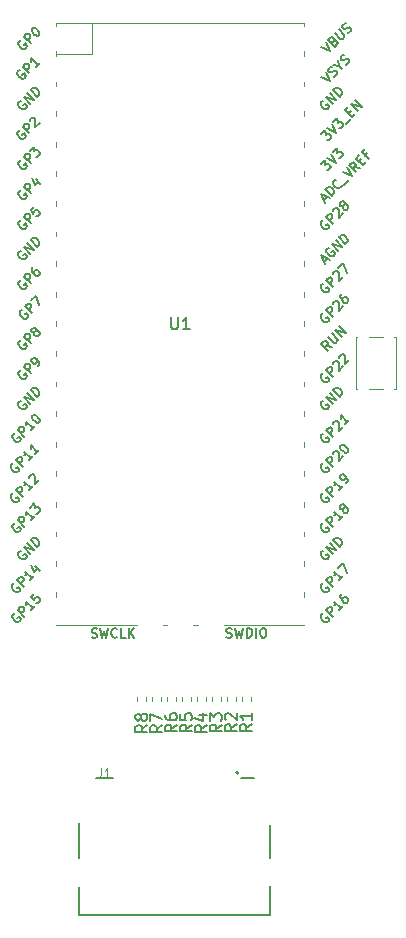
<source format=gbr>
%TF.GenerationSoftware,KiCad,Pcbnew,(6.0.0-0)*%
%TF.CreationDate,2022-10-23T16:11:07-04:00*%
%TF.ProjectId,HDMI_PICO,48444d49-5f50-4494-934f-2e6b69636164,rev?*%
%TF.SameCoordinates,Original*%
%TF.FileFunction,Legend,Top*%
%TF.FilePolarity,Positive*%
%FSLAX46Y46*%
G04 Gerber Fmt 4.6, Leading zero omitted, Abs format (unit mm)*
G04 Created by KiCad (PCBNEW (6.0.0-0)) date 2022-10-23 16:11:07*
%MOMM*%
%LPD*%
G01*
G04 APERTURE LIST*
%ADD10C,0.150000*%
%ADD11C,0.050000*%
%ADD12C,0.120000*%
%ADD13C,0.127000*%
%ADD14C,0.200000*%
G04 APERTURE END LIST*
D10*
%TO.C,U1*%
X183963095Y-86527380D02*
X183963095Y-87336904D01*
X184010714Y-87432142D01*
X184058333Y-87479761D01*
X184153571Y-87527380D01*
X184344047Y-87527380D01*
X184439285Y-87479761D01*
X184486904Y-87432142D01*
X184534523Y-87336904D01*
X184534523Y-86527380D01*
X185534523Y-87527380D02*
X184963095Y-87527380D01*
X185248809Y-87527380D02*
X185248809Y-86527380D01*
X185153571Y-86670238D01*
X185058333Y-86765476D01*
X184963095Y-86813095D01*
X171138096Y-65596218D02*
X171057284Y-65623155D01*
X170976471Y-65703967D01*
X170922597Y-65811717D01*
X170922597Y-65919467D01*
X170949534Y-66000279D01*
X171030346Y-66134966D01*
X171111158Y-66215778D01*
X171245845Y-66296590D01*
X171326658Y-66323528D01*
X171434407Y-66323528D01*
X171542157Y-66269653D01*
X171596032Y-66215778D01*
X171649906Y-66108028D01*
X171649906Y-66054154D01*
X171461345Y-65865592D01*
X171353595Y-65973341D01*
X171946218Y-65865592D02*
X171380532Y-65299906D01*
X171596032Y-65084407D01*
X171676844Y-65057470D01*
X171730719Y-65057470D01*
X171811531Y-65084407D01*
X171892343Y-65165219D01*
X171919280Y-65246032D01*
X171919280Y-65299906D01*
X171892343Y-65380719D01*
X171676844Y-65596218D01*
X172808215Y-65003595D02*
X172484966Y-65326844D01*
X172646590Y-65165219D02*
X172080905Y-64599534D01*
X172107842Y-64734221D01*
X172107842Y-64841971D01*
X172080905Y-64922783D01*
X171138096Y-70686218D02*
X171057284Y-70713155D01*
X170976471Y-70793967D01*
X170922597Y-70901717D01*
X170922597Y-71009467D01*
X170949534Y-71090279D01*
X171030346Y-71224966D01*
X171111158Y-71305778D01*
X171245845Y-71386590D01*
X171326658Y-71413528D01*
X171434407Y-71413528D01*
X171542157Y-71359653D01*
X171596032Y-71305778D01*
X171649906Y-71198028D01*
X171649906Y-71144154D01*
X171461345Y-70955592D01*
X171353595Y-71063341D01*
X171946218Y-70955592D02*
X171380532Y-70389906D01*
X171596032Y-70174407D01*
X171676844Y-70147470D01*
X171730719Y-70147470D01*
X171811531Y-70174407D01*
X171892343Y-70255219D01*
X171919280Y-70336032D01*
X171919280Y-70389906D01*
X171892343Y-70470719D01*
X171676844Y-70686218D01*
X171973155Y-69905033D02*
X171973155Y-69851158D01*
X172000093Y-69770346D01*
X172134780Y-69635659D01*
X172215592Y-69608722D01*
X172269467Y-69608722D01*
X172350279Y-69635659D01*
X172404154Y-69689534D01*
X172458028Y-69797284D01*
X172458028Y-70443781D01*
X172808215Y-70093595D01*
X171238096Y-63066218D02*
X171157284Y-63093155D01*
X171076471Y-63173967D01*
X171022597Y-63281717D01*
X171022597Y-63389467D01*
X171049534Y-63470279D01*
X171130346Y-63604966D01*
X171211158Y-63685778D01*
X171345845Y-63766590D01*
X171426658Y-63793528D01*
X171534407Y-63793528D01*
X171642157Y-63739653D01*
X171696032Y-63685778D01*
X171749906Y-63578028D01*
X171749906Y-63524154D01*
X171561345Y-63335592D01*
X171453595Y-63443341D01*
X172046218Y-63335592D02*
X171480532Y-62769906D01*
X171696032Y-62554407D01*
X171776844Y-62527470D01*
X171830719Y-62527470D01*
X171911531Y-62554407D01*
X171992343Y-62635219D01*
X172019280Y-62716032D01*
X172019280Y-62769906D01*
X171992343Y-62850719D01*
X171776844Y-63066218D01*
X172153967Y-62096471D02*
X172207842Y-62042597D01*
X172288654Y-62015659D01*
X172342529Y-62015659D01*
X172423341Y-62042597D01*
X172558028Y-62123409D01*
X172692715Y-62258096D01*
X172773528Y-62392783D01*
X172800465Y-62473595D01*
X172800465Y-62527470D01*
X172773528Y-62608282D01*
X172719653Y-62662157D01*
X172638841Y-62689094D01*
X172584966Y-62689094D01*
X172504154Y-62662157D01*
X172369467Y-62581345D01*
X172234780Y-62446658D01*
X172153967Y-62311971D01*
X172127030Y-62231158D01*
X172127030Y-62177284D01*
X172153967Y-62096471D01*
X171238096Y-73226218D02*
X171157284Y-73253155D01*
X171076471Y-73333967D01*
X171022597Y-73441717D01*
X171022597Y-73549467D01*
X171049534Y-73630279D01*
X171130346Y-73764966D01*
X171211158Y-73845778D01*
X171345845Y-73926590D01*
X171426658Y-73953528D01*
X171534407Y-73953528D01*
X171642157Y-73899653D01*
X171696032Y-73845778D01*
X171749906Y-73738028D01*
X171749906Y-73684154D01*
X171561345Y-73495592D01*
X171453595Y-73603341D01*
X172046218Y-73495592D02*
X171480532Y-72929906D01*
X171696032Y-72714407D01*
X171776844Y-72687470D01*
X171830719Y-72687470D01*
X171911531Y-72714407D01*
X171992343Y-72795219D01*
X172019280Y-72876032D01*
X172019280Y-72929906D01*
X171992343Y-73010719D01*
X171776844Y-73226218D01*
X171992343Y-72418096D02*
X172342529Y-72067910D01*
X172369467Y-72471971D01*
X172450279Y-72391158D01*
X172531091Y-72364221D01*
X172584966Y-72364221D01*
X172665778Y-72391158D01*
X172800465Y-72525845D01*
X172827402Y-72606658D01*
X172827402Y-72660532D01*
X172800465Y-72741345D01*
X172638841Y-72902969D01*
X172558028Y-72929906D01*
X172504154Y-72929906D01*
X171238096Y-75766218D02*
X171157284Y-75793155D01*
X171076471Y-75873967D01*
X171022597Y-75981717D01*
X171022597Y-76089467D01*
X171049534Y-76170279D01*
X171130346Y-76304966D01*
X171211158Y-76385778D01*
X171345845Y-76466590D01*
X171426658Y-76493528D01*
X171534407Y-76493528D01*
X171642157Y-76439653D01*
X171696032Y-76385778D01*
X171749906Y-76278028D01*
X171749906Y-76224154D01*
X171561345Y-76035592D01*
X171453595Y-76143341D01*
X172046218Y-76035592D02*
X171480532Y-75469906D01*
X171696032Y-75254407D01*
X171776844Y-75227470D01*
X171830719Y-75227470D01*
X171911531Y-75254407D01*
X171992343Y-75335219D01*
X172019280Y-75416032D01*
X172019280Y-75469906D01*
X171992343Y-75550719D01*
X171776844Y-75766218D01*
X172477216Y-74850346D02*
X172854340Y-75227470D01*
X172127030Y-74769534D02*
X172396404Y-75308282D01*
X172746590Y-74958096D01*
X171238096Y-78306218D02*
X171157284Y-78333155D01*
X171076471Y-78413967D01*
X171022597Y-78521717D01*
X171022597Y-78629467D01*
X171049534Y-78710279D01*
X171130346Y-78844966D01*
X171211158Y-78925778D01*
X171345845Y-79006590D01*
X171426658Y-79033528D01*
X171534407Y-79033528D01*
X171642157Y-78979653D01*
X171696032Y-78925778D01*
X171749906Y-78818028D01*
X171749906Y-78764154D01*
X171561345Y-78575592D01*
X171453595Y-78683341D01*
X172046218Y-78575592D02*
X171480532Y-78009906D01*
X171696032Y-77794407D01*
X171776844Y-77767470D01*
X171830719Y-77767470D01*
X171911531Y-77794407D01*
X171992343Y-77875219D01*
X172019280Y-77956032D01*
X172019280Y-78009906D01*
X171992343Y-78090719D01*
X171776844Y-78306218D01*
X172315592Y-77174847D02*
X172046218Y-77444221D01*
X172288654Y-77740532D01*
X172288654Y-77686658D01*
X172315592Y-77605845D01*
X172450279Y-77471158D01*
X172531091Y-77444221D01*
X172584966Y-77444221D01*
X172665778Y-77471158D01*
X172800465Y-77605845D01*
X172827402Y-77686658D01*
X172827402Y-77740532D01*
X172800465Y-77821345D01*
X172665778Y-77956032D01*
X172584966Y-77982969D01*
X172531091Y-77982969D01*
X171238096Y-83386218D02*
X171157284Y-83413155D01*
X171076471Y-83493967D01*
X171022597Y-83601717D01*
X171022597Y-83709467D01*
X171049534Y-83790279D01*
X171130346Y-83924966D01*
X171211158Y-84005778D01*
X171345845Y-84086590D01*
X171426658Y-84113528D01*
X171534407Y-84113528D01*
X171642157Y-84059653D01*
X171696032Y-84005778D01*
X171749906Y-83898028D01*
X171749906Y-83844154D01*
X171561345Y-83655592D01*
X171453595Y-83763341D01*
X172046218Y-83655592D02*
X171480532Y-83089906D01*
X171696032Y-82874407D01*
X171776844Y-82847470D01*
X171830719Y-82847470D01*
X171911531Y-82874407D01*
X171992343Y-82955219D01*
X172019280Y-83036032D01*
X172019280Y-83089906D01*
X171992343Y-83170719D01*
X171776844Y-83386218D01*
X172288654Y-82281784D02*
X172180905Y-82389534D01*
X172153967Y-82470346D01*
X172153967Y-82524221D01*
X172180905Y-82658908D01*
X172261717Y-82793595D01*
X172477216Y-83009094D01*
X172558028Y-83036032D01*
X172611903Y-83036032D01*
X172692715Y-83009094D01*
X172800465Y-82901345D01*
X172827402Y-82820532D01*
X172827402Y-82766658D01*
X172800465Y-82685845D01*
X172665778Y-82551158D01*
X172584966Y-82524221D01*
X172531091Y-82524221D01*
X172450279Y-82551158D01*
X172342529Y-82658908D01*
X172315592Y-82739720D01*
X172315592Y-82793595D01*
X172342529Y-82874407D01*
X171338096Y-85896218D02*
X171257284Y-85923155D01*
X171176471Y-86003967D01*
X171122597Y-86111717D01*
X171122597Y-86219467D01*
X171149534Y-86300279D01*
X171230346Y-86434966D01*
X171311158Y-86515778D01*
X171445845Y-86596590D01*
X171526658Y-86623528D01*
X171634407Y-86623528D01*
X171742157Y-86569653D01*
X171796032Y-86515778D01*
X171849906Y-86408028D01*
X171849906Y-86354154D01*
X171661345Y-86165592D01*
X171553595Y-86273341D01*
X172146218Y-86165592D02*
X171580532Y-85599906D01*
X171796032Y-85384407D01*
X171876844Y-85357470D01*
X171930719Y-85357470D01*
X172011531Y-85384407D01*
X172092343Y-85465219D01*
X172119280Y-85546032D01*
X172119280Y-85599906D01*
X172092343Y-85680719D01*
X171876844Y-85896218D01*
X172092343Y-85088096D02*
X172469467Y-84710972D01*
X172792715Y-85519094D01*
X171238096Y-88466218D02*
X171157284Y-88493155D01*
X171076471Y-88573967D01*
X171022597Y-88681717D01*
X171022597Y-88789467D01*
X171049534Y-88870279D01*
X171130346Y-89004966D01*
X171211158Y-89085778D01*
X171345845Y-89166590D01*
X171426658Y-89193528D01*
X171534407Y-89193528D01*
X171642157Y-89139653D01*
X171696032Y-89085778D01*
X171749906Y-88978028D01*
X171749906Y-88924154D01*
X171561345Y-88735592D01*
X171453595Y-88843341D01*
X172046218Y-88735592D02*
X171480532Y-88169906D01*
X171696032Y-87954407D01*
X171776844Y-87927470D01*
X171830719Y-87927470D01*
X171911531Y-87954407D01*
X171992343Y-88035219D01*
X172019280Y-88116032D01*
X172019280Y-88169906D01*
X171992343Y-88250719D01*
X171776844Y-88466218D01*
X172369467Y-87765845D02*
X172288654Y-87792783D01*
X172234780Y-87792783D01*
X172153967Y-87765845D01*
X172127030Y-87738908D01*
X172100093Y-87658096D01*
X172100093Y-87604221D01*
X172127030Y-87523409D01*
X172234780Y-87415659D01*
X172315592Y-87388722D01*
X172369467Y-87388722D01*
X172450279Y-87415659D01*
X172477216Y-87442597D01*
X172504154Y-87523409D01*
X172504154Y-87577284D01*
X172477216Y-87658096D01*
X172369467Y-87765845D01*
X172342529Y-87846658D01*
X172342529Y-87900532D01*
X172369467Y-87981345D01*
X172477216Y-88089094D01*
X172558028Y-88116032D01*
X172611903Y-88116032D01*
X172692715Y-88089094D01*
X172800465Y-87981345D01*
X172827402Y-87900532D01*
X172827402Y-87846658D01*
X172800465Y-87765845D01*
X172692715Y-87658096D01*
X172611903Y-87631158D01*
X172558028Y-87631158D01*
X172477216Y-87658096D01*
X171238096Y-91006218D02*
X171157284Y-91033155D01*
X171076471Y-91113967D01*
X171022597Y-91221717D01*
X171022597Y-91329467D01*
X171049534Y-91410279D01*
X171130346Y-91544966D01*
X171211158Y-91625778D01*
X171345845Y-91706590D01*
X171426658Y-91733528D01*
X171534407Y-91733528D01*
X171642157Y-91679653D01*
X171696032Y-91625778D01*
X171749906Y-91518028D01*
X171749906Y-91464154D01*
X171561345Y-91275592D01*
X171453595Y-91383341D01*
X172046218Y-91275592D02*
X171480532Y-90709906D01*
X171696032Y-90494407D01*
X171776844Y-90467470D01*
X171830719Y-90467470D01*
X171911531Y-90494407D01*
X171992343Y-90575219D01*
X172019280Y-90656032D01*
X172019280Y-90709906D01*
X171992343Y-90790719D01*
X171776844Y-91006218D01*
X172638841Y-90682969D02*
X172746590Y-90575219D01*
X172773528Y-90494407D01*
X172773528Y-90440532D01*
X172746590Y-90305845D01*
X172665778Y-90171158D01*
X172450279Y-89955659D01*
X172369467Y-89928722D01*
X172315592Y-89928722D01*
X172234780Y-89955659D01*
X172127030Y-90063409D01*
X172100093Y-90144221D01*
X172100093Y-90198096D01*
X172127030Y-90278908D01*
X172261717Y-90413595D01*
X172342529Y-90440532D01*
X172396404Y-90440532D01*
X172477216Y-90413595D01*
X172584966Y-90305845D01*
X172611903Y-90225033D01*
X172611903Y-90171158D01*
X172584966Y-90090346D01*
X170714722Y-96355592D02*
X170633910Y-96382529D01*
X170553097Y-96463341D01*
X170499223Y-96571091D01*
X170499223Y-96678841D01*
X170526160Y-96759653D01*
X170606972Y-96894340D01*
X170687784Y-96975152D01*
X170822471Y-97055964D01*
X170903284Y-97082902D01*
X171011033Y-97082902D01*
X171118783Y-97029027D01*
X171172658Y-96975152D01*
X171226532Y-96867402D01*
X171226532Y-96813528D01*
X171037971Y-96624966D01*
X170930221Y-96732715D01*
X171522844Y-96624966D02*
X170957158Y-96059280D01*
X171172658Y-95843781D01*
X171253470Y-95816844D01*
X171307345Y-95816844D01*
X171388157Y-95843781D01*
X171468969Y-95924593D01*
X171495906Y-96005406D01*
X171495906Y-96059280D01*
X171468969Y-96140093D01*
X171253470Y-96355592D01*
X172384841Y-95762969D02*
X172061592Y-96086218D01*
X172223216Y-95924593D02*
X171657531Y-95358908D01*
X171684468Y-95493595D01*
X171684468Y-95601345D01*
X171657531Y-95682157D01*
X172169341Y-94847097D02*
X172223216Y-94793223D01*
X172304028Y-94766285D01*
X172357903Y-94766285D01*
X172438715Y-94793223D01*
X172573402Y-94874035D01*
X172708089Y-95008722D01*
X172788902Y-95143409D01*
X172815839Y-95224221D01*
X172815839Y-95278096D01*
X172788902Y-95358908D01*
X172735027Y-95412783D01*
X172654215Y-95439720D01*
X172600340Y-95439720D01*
X172519528Y-95412783D01*
X172384841Y-95331971D01*
X172250154Y-95197284D01*
X172169341Y-95062597D01*
X172142404Y-94981784D01*
X172142404Y-94927910D01*
X172169341Y-94847097D01*
X170568722Y-98895592D02*
X170487910Y-98922529D01*
X170407097Y-99003341D01*
X170353223Y-99111091D01*
X170353223Y-99218841D01*
X170380160Y-99299653D01*
X170460972Y-99434340D01*
X170541784Y-99515152D01*
X170676471Y-99595964D01*
X170757284Y-99622902D01*
X170865033Y-99622902D01*
X170972783Y-99569027D01*
X171026658Y-99515152D01*
X171080532Y-99407402D01*
X171080532Y-99353528D01*
X170891971Y-99164966D01*
X170784221Y-99272715D01*
X171376844Y-99164966D02*
X170811158Y-98599280D01*
X171026658Y-98383781D01*
X171107470Y-98356844D01*
X171161345Y-98356844D01*
X171242157Y-98383781D01*
X171322969Y-98464593D01*
X171349906Y-98545406D01*
X171349906Y-98599280D01*
X171322969Y-98680093D01*
X171107470Y-98895592D01*
X172238841Y-98302969D02*
X171915592Y-98626218D01*
X172077216Y-98464593D02*
X171511531Y-97898908D01*
X171538468Y-98033595D01*
X171538468Y-98141345D01*
X171511531Y-98222157D01*
X172777589Y-97764221D02*
X172454340Y-98087470D01*
X172615964Y-97925845D02*
X172050279Y-97360160D01*
X172077216Y-97494847D01*
X172077216Y-97602597D01*
X172050279Y-97683409D01*
X170568722Y-101435592D02*
X170487910Y-101462529D01*
X170407097Y-101543341D01*
X170353223Y-101651091D01*
X170353223Y-101758841D01*
X170380160Y-101839653D01*
X170460972Y-101974340D01*
X170541784Y-102055152D01*
X170676471Y-102135964D01*
X170757284Y-102162902D01*
X170865033Y-102162902D01*
X170972783Y-102109027D01*
X171026658Y-102055152D01*
X171080532Y-101947402D01*
X171080532Y-101893528D01*
X170891971Y-101704966D01*
X170784221Y-101812715D01*
X171376844Y-101704966D02*
X170811158Y-101139280D01*
X171026658Y-100923781D01*
X171107470Y-100896844D01*
X171161345Y-100896844D01*
X171242157Y-100923781D01*
X171322969Y-101004593D01*
X171349906Y-101085406D01*
X171349906Y-101139280D01*
X171322969Y-101220093D01*
X171107470Y-101435592D01*
X172238841Y-100842969D02*
X171915592Y-101166218D01*
X172077216Y-101004593D02*
X171511531Y-100438908D01*
X171538468Y-100573595D01*
X171538468Y-100681345D01*
X171511531Y-100762157D01*
X171942529Y-100115659D02*
X171942529Y-100061784D01*
X171969467Y-99980972D01*
X172104154Y-99846285D01*
X172184966Y-99819348D01*
X172238841Y-99819348D01*
X172319653Y-99846285D01*
X172373528Y-99900160D01*
X172427402Y-100007910D01*
X172427402Y-100654407D01*
X172777589Y-100304221D01*
X170714722Y-103975592D02*
X170633910Y-104002529D01*
X170553097Y-104083341D01*
X170499223Y-104191091D01*
X170499223Y-104298841D01*
X170526160Y-104379653D01*
X170606972Y-104514340D01*
X170687784Y-104595152D01*
X170822471Y-104675964D01*
X170903284Y-104702902D01*
X171011033Y-104702902D01*
X171118783Y-104649027D01*
X171172658Y-104595152D01*
X171226532Y-104487402D01*
X171226532Y-104433528D01*
X171037971Y-104244966D01*
X170930221Y-104352715D01*
X171522844Y-104244966D02*
X170957158Y-103679280D01*
X171172658Y-103463781D01*
X171253470Y-103436844D01*
X171307345Y-103436844D01*
X171388157Y-103463781D01*
X171468969Y-103544593D01*
X171495906Y-103625406D01*
X171495906Y-103679280D01*
X171468969Y-103760093D01*
X171253470Y-103975592D01*
X172384841Y-103382969D02*
X172061592Y-103706218D01*
X172223216Y-103544593D02*
X171657531Y-102978908D01*
X171684468Y-103113595D01*
X171684468Y-103221345D01*
X171657531Y-103302157D01*
X172007717Y-102628722D02*
X172357903Y-102278536D01*
X172384841Y-102682597D01*
X172465653Y-102601784D01*
X172546465Y-102574847D01*
X172600340Y-102574847D01*
X172681152Y-102601784D01*
X172815839Y-102736471D01*
X172842776Y-102817284D01*
X172842776Y-102871158D01*
X172815839Y-102951971D01*
X172654215Y-103113595D01*
X172573402Y-103140532D01*
X172519528Y-103140532D01*
X170668722Y-109055592D02*
X170587910Y-109082529D01*
X170507097Y-109163341D01*
X170453223Y-109271091D01*
X170453223Y-109378841D01*
X170480160Y-109459653D01*
X170560972Y-109594340D01*
X170641784Y-109675152D01*
X170776471Y-109755964D01*
X170857284Y-109782902D01*
X170965033Y-109782902D01*
X171072783Y-109729027D01*
X171126658Y-109675152D01*
X171180532Y-109567402D01*
X171180532Y-109513528D01*
X170991971Y-109324966D01*
X170884221Y-109432715D01*
X171476844Y-109324966D02*
X170911158Y-108759280D01*
X171126658Y-108543781D01*
X171207470Y-108516844D01*
X171261345Y-108516844D01*
X171342157Y-108543781D01*
X171422969Y-108624593D01*
X171449906Y-108705406D01*
X171449906Y-108759280D01*
X171422969Y-108840093D01*
X171207470Y-109055592D01*
X172338841Y-108462969D02*
X172015592Y-108786218D01*
X172177216Y-108624593D02*
X171611531Y-108058908D01*
X171638468Y-108193595D01*
X171638468Y-108301345D01*
X171611531Y-108382157D01*
X172446590Y-107600972D02*
X172823714Y-107978096D01*
X172096404Y-107520160D02*
X172365778Y-108058908D01*
X172715964Y-107708722D01*
X170714722Y-111595592D02*
X170633910Y-111622529D01*
X170553097Y-111703341D01*
X170499223Y-111811091D01*
X170499223Y-111918841D01*
X170526160Y-111999653D01*
X170606972Y-112134340D01*
X170687784Y-112215152D01*
X170822471Y-112295964D01*
X170903284Y-112322902D01*
X171011033Y-112322902D01*
X171118783Y-112269027D01*
X171172658Y-112215152D01*
X171226532Y-112107402D01*
X171226532Y-112053528D01*
X171037971Y-111864966D01*
X170930221Y-111972715D01*
X171522844Y-111864966D02*
X170957158Y-111299280D01*
X171172658Y-111083781D01*
X171253470Y-111056844D01*
X171307345Y-111056844D01*
X171388157Y-111083781D01*
X171468969Y-111164593D01*
X171495906Y-111245406D01*
X171495906Y-111299280D01*
X171468969Y-111380093D01*
X171253470Y-111595592D01*
X172384841Y-111002969D02*
X172061592Y-111326218D01*
X172223216Y-111164593D02*
X171657531Y-110598908D01*
X171684468Y-110733595D01*
X171684468Y-110841345D01*
X171657531Y-110922157D01*
X172330966Y-109925473D02*
X172061592Y-110194847D01*
X172304028Y-110491158D01*
X172304028Y-110437284D01*
X172330966Y-110356471D01*
X172465653Y-110221784D01*
X172546465Y-110194847D01*
X172600340Y-110194847D01*
X172681152Y-110221784D01*
X172815839Y-110356471D01*
X172842776Y-110437284D01*
X172842776Y-110491158D01*
X172815839Y-110571971D01*
X172681152Y-110706658D01*
X172600340Y-110733595D01*
X172546465Y-110733595D01*
X196822722Y-111595592D02*
X196741910Y-111622529D01*
X196661097Y-111703341D01*
X196607223Y-111811091D01*
X196607223Y-111918841D01*
X196634160Y-111999653D01*
X196714972Y-112134340D01*
X196795784Y-112215152D01*
X196930471Y-112295964D01*
X197011284Y-112322902D01*
X197119033Y-112322902D01*
X197226783Y-112269027D01*
X197280658Y-112215152D01*
X197334532Y-112107402D01*
X197334532Y-112053528D01*
X197145971Y-111864966D01*
X197038221Y-111972715D01*
X197630844Y-111864966D02*
X197065158Y-111299280D01*
X197280658Y-111083781D01*
X197361470Y-111056844D01*
X197415345Y-111056844D01*
X197496157Y-111083781D01*
X197576969Y-111164593D01*
X197603906Y-111245406D01*
X197603906Y-111299280D01*
X197576969Y-111380093D01*
X197361470Y-111595592D01*
X198492841Y-111002969D02*
X198169592Y-111326218D01*
X198331216Y-111164593D02*
X197765531Y-110598908D01*
X197792468Y-110733595D01*
X197792468Y-110841345D01*
X197765531Y-110922157D01*
X198412028Y-109952410D02*
X198304279Y-110060160D01*
X198277341Y-110140972D01*
X198277341Y-110194847D01*
X198304279Y-110329534D01*
X198385091Y-110464221D01*
X198600590Y-110679720D01*
X198681402Y-110706658D01*
X198735277Y-110706658D01*
X198816089Y-110679720D01*
X198923839Y-110571971D01*
X198950776Y-110491158D01*
X198950776Y-110437284D01*
X198923839Y-110356471D01*
X198789152Y-110221784D01*
X198708340Y-110194847D01*
X198654465Y-110194847D01*
X198573653Y-110221784D01*
X198465903Y-110329534D01*
X198438966Y-110410346D01*
X198438966Y-110464221D01*
X198465903Y-110545033D01*
X196822722Y-109055592D02*
X196741910Y-109082529D01*
X196661097Y-109163341D01*
X196607223Y-109271091D01*
X196607223Y-109378841D01*
X196634160Y-109459653D01*
X196714972Y-109594340D01*
X196795784Y-109675152D01*
X196930471Y-109755964D01*
X197011284Y-109782902D01*
X197119033Y-109782902D01*
X197226783Y-109729027D01*
X197280658Y-109675152D01*
X197334532Y-109567402D01*
X197334532Y-109513528D01*
X197145971Y-109324966D01*
X197038221Y-109432715D01*
X197630844Y-109324966D02*
X197065158Y-108759280D01*
X197280658Y-108543781D01*
X197361470Y-108516844D01*
X197415345Y-108516844D01*
X197496157Y-108543781D01*
X197576969Y-108624593D01*
X197603906Y-108705406D01*
X197603906Y-108759280D01*
X197576969Y-108840093D01*
X197361470Y-109055592D01*
X198492841Y-108462969D02*
X198169592Y-108786218D01*
X198331216Y-108624593D02*
X197765531Y-108058908D01*
X197792468Y-108193595D01*
X197792468Y-108301345D01*
X197765531Y-108382157D01*
X198115717Y-107708722D02*
X198492841Y-107331598D01*
X198816089Y-108139720D01*
X196822722Y-103975592D02*
X196741910Y-104002529D01*
X196661097Y-104083341D01*
X196607223Y-104191091D01*
X196607223Y-104298841D01*
X196634160Y-104379653D01*
X196714972Y-104514340D01*
X196795784Y-104595152D01*
X196930471Y-104675964D01*
X197011284Y-104702902D01*
X197119033Y-104702902D01*
X197226783Y-104649027D01*
X197280658Y-104595152D01*
X197334532Y-104487402D01*
X197334532Y-104433528D01*
X197145971Y-104244966D01*
X197038221Y-104352715D01*
X197630844Y-104244966D02*
X197065158Y-103679280D01*
X197280658Y-103463781D01*
X197361470Y-103436844D01*
X197415345Y-103436844D01*
X197496157Y-103463781D01*
X197576969Y-103544593D01*
X197603906Y-103625406D01*
X197603906Y-103679280D01*
X197576969Y-103760093D01*
X197361470Y-103975592D01*
X198492841Y-103382969D02*
X198169592Y-103706218D01*
X198331216Y-103544593D02*
X197765531Y-102978908D01*
X197792468Y-103113595D01*
X197792468Y-103221345D01*
X197765531Y-103302157D01*
X198492841Y-102736471D02*
X198412028Y-102763409D01*
X198358154Y-102763409D01*
X198277341Y-102736471D01*
X198250404Y-102709534D01*
X198223467Y-102628722D01*
X198223467Y-102574847D01*
X198250404Y-102494035D01*
X198358154Y-102386285D01*
X198438966Y-102359348D01*
X198492841Y-102359348D01*
X198573653Y-102386285D01*
X198600590Y-102413223D01*
X198627528Y-102494035D01*
X198627528Y-102547910D01*
X198600590Y-102628722D01*
X198492841Y-102736471D01*
X198465903Y-102817284D01*
X198465903Y-102871158D01*
X198492841Y-102951971D01*
X198600590Y-103059720D01*
X198681402Y-103086658D01*
X198735277Y-103086658D01*
X198816089Y-103059720D01*
X198923839Y-102951971D01*
X198950776Y-102871158D01*
X198950776Y-102817284D01*
X198923839Y-102736471D01*
X198816089Y-102628722D01*
X198735277Y-102601784D01*
X198681402Y-102601784D01*
X198600590Y-102628722D01*
X196822722Y-101435592D02*
X196741910Y-101462529D01*
X196661097Y-101543341D01*
X196607223Y-101651091D01*
X196607223Y-101758841D01*
X196634160Y-101839653D01*
X196714972Y-101974340D01*
X196795784Y-102055152D01*
X196930471Y-102135964D01*
X197011284Y-102162902D01*
X197119033Y-102162902D01*
X197226783Y-102109027D01*
X197280658Y-102055152D01*
X197334532Y-101947402D01*
X197334532Y-101893528D01*
X197145971Y-101704966D01*
X197038221Y-101812715D01*
X197630844Y-101704966D02*
X197065158Y-101139280D01*
X197280658Y-100923781D01*
X197361470Y-100896844D01*
X197415345Y-100896844D01*
X197496157Y-100923781D01*
X197576969Y-101004593D01*
X197603906Y-101085406D01*
X197603906Y-101139280D01*
X197576969Y-101220093D01*
X197361470Y-101435592D01*
X198492841Y-100842969D02*
X198169592Y-101166218D01*
X198331216Y-101004593D02*
X197765531Y-100438908D01*
X197792468Y-100573595D01*
X197792468Y-100681345D01*
X197765531Y-100762157D01*
X198762215Y-100573595D02*
X198869964Y-100465845D01*
X198896902Y-100385033D01*
X198896902Y-100331158D01*
X198869964Y-100196471D01*
X198789152Y-100061784D01*
X198573653Y-99846285D01*
X198492841Y-99819348D01*
X198438966Y-99819348D01*
X198358154Y-99846285D01*
X198250404Y-99954035D01*
X198223467Y-100034847D01*
X198223467Y-100088722D01*
X198250404Y-100169534D01*
X198385091Y-100304221D01*
X198465903Y-100331158D01*
X198519778Y-100331158D01*
X198600590Y-100304221D01*
X198708340Y-100196471D01*
X198735277Y-100115659D01*
X198735277Y-100061784D01*
X198708340Y-99980972D01*
X196822722Y-98895592D02*
X196741910Y-98922529D01*
X196661097Y-99003341D01*
X196607223Y-99111091D01*
X196607223Y-99218841D01*
X196634160Y-99299653D01*
X196714972Y-99434340D01*
X196795784Y-99515152D01*
X196930471Y-99595964D01*
X197011284Y-99622902D01*
X197119033Y-99622902D01*
X197226783Y-99569027D01*
X197280658Y-99515152D01*
X197334532Y-99407402D01*
X197334532Y-99353528D01*
X197145971Y-99164966D01*
X197038221Y-99272715D01*
X197630844Y-99164966D02*
X197065158Y-98599280D01*
X197280658Y-98383781D01*
X197361470Y-98356844D01*
X197415345Y-98356844D01*
X197496157Y-98383781D01*
X197576969Y-98464593D01*
X197603906Y-98545406D01*
X197603906Y-98599280D01*
X197576969Y-98680093D01*
X197361470Y-98895592D01*
X197657781Y-98114407D02*
X197657781Y-98060532D01*
X197684719Y-97979720D01*
X197819406Y-97845033D01*
X197900218Y-97818096D01*
X197954093Y-97818096D01*
X198034905Y-97845033D01*
X198088780Y-97898908D01*
X198142654Y-98006658D01*
X198142654Y-98653155D01*
X198492841Y-98302969D01*
X198277341Y-97387097D02*
X198331216Y-97333223D01*
X198412028Y-97306285D01*
X198465903Y-97306285D01*
X198546715Y-97333223D01*
X198681402Y-97414035D01*
X198816089Y-97548722D01*
X198896902Y-97683409D01*
X198923839Y-97764221D01*
X198923839Y-97818096D01*
X198896902Y-97898908D01*
X198843027Y-97952783D01*
X198762215Y-97979720D01*
X198708340Y-97979720D01*
X198627528Y-97952783D01*
X198492841Y-97871971D01*
X198358154Y-97737284D01*
X198277341Y-97602597D01*
X198250404Y-97521784D01*
X198250404Y-97467910D01*
X198277341Y-97387097D01*
X196822722Y-96365592D02*
X196741910Y-96392529D01*
X196661097Y-96473341D01*
X196607223Y-96581091D01*
X196607223Y-96688841D01*
X196634160Y-96769653D01*
X196714972Y-96904340D01*
X196795784Y-96985152D01*
X196930471Y-97065964D01*
X197011284Y-97092902D01*
X197119033Y-97092902D01*
X197226783Y-97039027D01*
X197280658Y-96985152D01*
X197334532Y-96877402D01*
X197334532Y-96823528D01*
X197145971Y-96634966D01*
X197038221Y-96742715D01*
X197630844Y-96634966D02*
X197065158Y-96069280D01*
X197280658Y-95853781D01*
X197361470Y-95826844D01*
X197415345Y-95826844D01*
X197496157Y-95853781D01*
X197576969Y-95934593D01*
X197603906Y-96015406D01*
X197603906Y-96069280D01*
X197576969Y-96150093D01*
X197361470Y-96365592D01*
X197657781Y-95584407D02*
X197657781Y-95530532D01*
X197684719Y-95449720D01*
X197819406Y-95315033D01*
X197900218Y-95288096D01*
X197954093Y-95288096D01*
X198034905Y-95315033D01*
X198088780Y-95368908D01*
X198142654Y-95476658D01*
X198142654Y-96123155D01*
X198492841Y-95772969D01*
X199031589Y-95234221D02*
X198708340Y-95557470D01*
X198869964Y-95395845D02*
X198304279Y-94830160D01*
X198331216Y-94964847D01*
X198331216Y-95072597D01*
X198304279Y-95153409D01*
X196822722Y-91275592D02*
X196741910Y-91302529D01*
X196661097Y-91383341D01*
X196607223Y-91491091D01*
X196607223Y-91598841D01*
X196634160Y-91679653D01*
X196714972Y-91814340D01*
X196795784Y-91895152D01*
X196930471Y-91975964D01*
X197011284Y-92002902D01*
X197119033Y-92002902D01*
X197226783Y-91949027D01*
X197280658Y-91895152D01*
X197334532Y-91787402D01*
X197334532Y-91733528D01*
X197145971Y-91544966D01*
X197038221Y-91652715D01*
X197630844Y-91544966D02*
X197065158Y-90979280D01*
X197280658Y-90763781D01*
X197361470Y-90736844D01*
X197415345Y-90736844D01*
X197496157Y-90763781D01*
X197576969Y-90844593D01*
X197603906Y-90925406D01*
X197603906Y-90979280D01*
X197576969Y-91060093D01*
X197361470Y-91275592D01*
X197657781Y-90494407D02*
X197657781Y-90440532D01*
X197684719Y-90359720D01*
X197819406Y-90225033D01*
X197900218Y-90198096D01*
X197954093Y-90198096D01*
X198034905Y-90225033D01*
X198088780Y-90278908D01*
X198142654Y-90386658D01*
X198142654Y-91033155D01*
X198492841Y-90682969D01*
X198196529Y-89955659D02*
X198196529Y-89901784D01*
X198223467Y-89820972D01*
X198358154Y-89686285D01*
X198438966Y-89659348D01*
X198492841Y-89659348D01*
X198573653Y-89686285D01*
X198627528Y-89740160D01*
X198681402Y-89847910D01*
X198681402Y-90494407D01*
X199031589Y-90144221D01*
X197563375Y-89018435D02*
X197105439Y-88937622D01*
X197240126Y-89341683D02*
X196674441Y-88775998D01*
X196889940Y-88560499D01*
X196970752Y-88533561D01*
X197024627Y-88533561D01*
X197105439Y-88560499D01*
X197186251Y-88641311D01*
X197213189Y-88722123D01*
X197213189Y-88775998D01*
X197186251Y-88856810D01*
X196970752Y-89072309D01*
X197240126Y-88210312D02*
X197698062Y-88668248D01*
X197778874Y-88695186D01*
X197832749Y-88695186D01*
X197913561Y-88668248D01*
X198021311Y-88560499D01*
X198048248Y-88479687D01*
X198048248Y-88425812D01*
X198021311Y-88344999D01*
X197563375Y-87887064D01*
X198398435Y-88183375D02*
X197832749Y-87617690D01*
X198721683Y-87860126D01*
X198155998Y-87294441D01*
X196822722Y-86195592D02*
X196741910Y-86222529D01*
X196661097Y-86303341D01*
X196607223Y-86411091D01*
X196607223Y-86518841D01*
X196634160Y-86599653D01*
X196714972Y-86734340D01*
X196795784Y-86815152D01*
X196930471Y-86895964D01*
X197011284Y-86922902D01*
X197119033Y-86922902D01*
X197226783Y-86869027D01*
X197280658Y-86815152D01*
X197334532Y-86707402D01*
X197334532Y-86653528D01*
X197145971Y-86464966D01*
X197038221Y-86572715D01*
X197630844Y-86464966D02*
X197065158Y-85899280D01*
X197280658Y-85683781D01*
X197361470Y-85656844D01*
X197415345Y-85656844D01*
X197496157Y-85683781D01*
X197576969Y-85764593D01*
X197603906Y-85845406D01*
X197603906Y-85899280D01*
X197576969Y-85980093D01*
X197361470Y-86195592D01*
X197657781Y-85414407D02*
X197657781Y-85360532D01*
X197684719Y-85279720D01*
X197819406Y-85145033D01*
X197900218Y-85118096D01*
X197954093Y-85118096D01*
X198034905Y-85145033D01*
X198088780Y-85198908D01*
X198142654Y-85306658D01*
X198142654Y-85953155D01*
X198492841Y-85602969D01*
X198412028Y-84552410D02*
X198304279Y-84660160D01*
X198277341Y-84740972D01*
X198277341Y-84794847D01*
X198304279Y-84929534D01*
X198385091Y-85064221D01*
X198600590Y-85279720D01*
X198681402Y-85306658D01*
X198735277Y-85306658D01*
X198816089Y-85279720D01*
X198923839Y-85171971D01*
X198950776Y-85091158D01*
X198950776Y-85037284D01*
X198923839Y-84956471D01*
X198789152Y-84821784D01*
X198708340Y-84794847D01*
X198654465Y-84794847D01*
X198573653Y-84821784D01*
X198465903Y-84929534D01*
X198438966Y-85010346D01*
X198438966Y-85064221D01*
X198465903Y-85145033D01*
X196822722Y-83665592D02*
X196741910Y-83692529D01*
X196661097Y-83773341D01*
X196607223Y-83881091D01*
X196607223Y-83988841D01*
X196634160Y-84069653D01*
X196714972Y-84204340D01*
X196795784Y-84285152D01*
X196930471Y-84365964D01*
X197011284Y-84392902D01*
X197119033Y-84392902D01*
X197226783Y-84339027D01*
X197280658Y-84285152D01*
X197334532Y-84177402D01*
X197334532Y-84123528D01*
X197145971Y-83934966D01*
X197038221Y-84042715D01*
X197630844Y-83934966D02*
X197065158Y-83369280D01*
X197280658Y-83153781D01*
X197361470Y-83126844D01*
X197415345Y-83126844D01*
X197496157Y-83153781D01*
X197576969Y-83234593D01*
X197603906Y-83315406D01*
X197603906Y-83369280D01*
X197576969Y-83450093D01*
X197361470Y-83665592D01*
X197657781Y-82884407D02*
X197657781Y-82830532D01*
X197684719Y-82749720D01*
X197819406Y-82615033D01*
X197900218Y-82588096D01*
X197954093Y-82588096D01*
X198034905Y-82615033D01*
X198088780Y-82668908D01*
X198142654Y-82776658D01*
X198142654Y-83423155D01*
X198492841Y-83072969D01*
X198115717Y-82318722D02*
X198492841Y-81941598D01*
X198816089Y-82749720D01*
X196822722Y-78321592D02*
X196741910Y-78348529D01*
X196661097Y-78429341D01*
X196607223Y-78537091D01*
X196607223Y-78644841D01*
X196634160Y-78725653D01*
X196714972Y-78860340D01*
X196795784Y-78941152D01*
X196930471Y-79021964D01*
X197011284Y-79048902D01*
X197119033Y-79048902D01*
X197226783Y-78995027D01*
X197280658Y-78941152D01*
X197334532Y-78833402D01*
X197334532Y-78779528D01*
X197145971Y-78590966D01*
X197038221Y-78698715D01*
X197630844Y-78590966D02*
X197065158Y-78025280D01*
X197280658Y-77809781D01*
X197361470Y-77782844D01*
X197415345Y-77782844D01*
X197496157Y-77809781D01*
X197576969Y-77890593D01*
X197603906Y-77971406D01*
X197603906Y-78025280D01*
X197576969Y-78106093D01*
X197361470Y-78321592D01*
X197657781Y-77540407D02*
X197657781Y-77486532D01*
X197684719Y-77405720D01*
X197819406Y-77271033D01*
X197900218Y-77244096D01*
X197954093Y-77244096D01*
X198034905Y-77271033D01*
X198088780Y-77324908D01*
X198142654Y-77432658D01*
X198142654Y-78079155D01*
X198492841Y-77728969D01*
X198492841Y-77082471D02*
X198412028Y-77109409D01*
X198358154Y-77109409D01*
X198277341Y-77082471D01*
X198250404Y-77055534D01*
X198223467Y-76974722D01*
X198223467Y-76920847D01*
X198250404Y-76840035D01*
X198358154Y-76732285D01*
X198438966Y-76705348D01*
X198492841Y-76705348D01*
X198573653Y-76732285D01*
X198600590Y-76759223D01*
X198627528Y-76840035D01*
X198627528Y-76893910D01*
X198600590Y-76974722D01*
X198492841Y-77082471D01*
X198465903Y-77163284D01*
X198465903Y-77217158D01*
X198492841Y-77297971D01*
X198600590Y-77405720D01*
X198681402Y-77432658D01*
X198735277Y-77432658D01*
X198816089Y-77405720D01*
X198923839Y-77297971D01*
X198950776Y-77217158D01*
X198950776Y-77163284D01*
X198923839Y-77082471D01*
X198816089Y-76974722D01*
X198735277Y-76947784D01*
X198681402Y-76947784D01*
X198600590Y-76974722D01*
X196879788Y-76608773D02*
X197149162Y-76339399D01*
X196987537Y-76824272D02*
X196610414Y-76070025D01*
X197364661Y-76447149D01*
X197553223Y-76258587D02*
X196987537Y-75692902D01*
X197122224Y-75558215D01*
X197229974Y-75504340D01*
X197337723Y-75504340D01*
X197418536Y-75531277D01*
X197553223Y-75612089D01*
X197634035Y-75692902D01*
X197714847Y-75827589D01*
X197741784Y-75908401D01*
X197741784Y-76016150D01*
X197687910Y-76123900D01*
X197553223Y-76258587D01*
X198388282Y-75315778D02*
X198388282Y-75369653D01*
X198334407Y-75477402D01*
X198280532Y-75531277D01*
X198172783Y-75585152D01*
X198065033Y-75585152D01*
X197984221Y-75558215D01*
X197849534Y-75477402D01*
X197768722Y-75396590D01*
X197687910Y-75261903D01*
X197660972Y-75181091D01*
X197660972Y-75073341D01*
X197714847Y-74965592D01*
X197768722Y-74911717D01*
X197876471Y-74857842D01*
X197930346Y-74857842D01*
X198603781Y-75315778D02*
X199034780Y-74884780D01*
X198469094Y-74211345D02*
X199223341Y-74588468D01*
X198846218Y-73834221D01*
X199923714Y-73888096D02*
X199465778Y-73807284D01*
X199600465Y-74211345D02*
X199034780Y-73645659D01*
X199250279Y-73430160D01*
X199331091Y-73403223D01*
X199384966Y-73403223D01*
X199465778Y-73430160D01*
X199546590Y-73510972D01*
X199573528Y-73591784D01*
X199573528Y-73645659D01*
X199546590Y-73726471D01*
X199331091Y-73941971D01*
X199869839Y-73349348D02*
X200058401Y-73160786D01*
X200435524Y-73376285D02*
X200166150Y-73645659D01*
X199600465Y-73079974D01*
X199869839Y-72810600D01*
X200570211Y-72648975D02*
X200381650Y-72837537D01*
X200677961Y-73133849D02*
X200112276Y-72568163D01*
X200381650Y-72298789D01*
X196614847Y-73565592D02*
X196965033Y-73215406D01*
X196991971Y-73619467D01*
X197072783Y-73538654D01*
X197153595Y-73511717D01*
X197207470Y-73511717D01*
X197288282Y-73538654D01*
X197422969Y-73673341D01*
X197449906Y-73754154D01*
X197449906Y-73808028D01*
X197422969Y-73888841D01*
X197261345Y-74050465D01*
X197180532Y-74077402D01*
X197126658Y-74077402D01*
X197126658Y-73053781D02*
X197880905Y-73430905D01*
X197503781Y-72676658D01*
X197638468Y-72541971D02*
X197988654Y-72191784D01*
X198015592Y-72595845D01*
X198096404Y-72515033D01*
X198177216Y-72488096D01*
X198231091Y-72488096D01*
X198311903Y-72515033D01*
X198446590Y-72649720D01*
X198473528Y-72730532D01*
X198473528Y-72784407D01*
X198446590Y-72865219D01*
X198284966Y-73026844D01*
X198204154Y-73053781D01*
X198150279Y-73053781D01*
X196647131Y-71033308D02*
X196997317Y-70683122D01*
X197024255Y-71087183D01*
X197105067Y-71006370D01*
X197185879Y-70979433D01*
X197239754Y-70979433D01*
X197320566Y-71006370D01*
X197455253Y-71141057D01*
X197482190Y-71221870D01*
X197482190Y-71275744D01*
X197455253Y-71356557D01*
X197293629Y-71518181D01*
X197212816Y-71545118D01*
X197158942Y-71545118D01*
X197158942Y-70521497D02*
X197913189Y-70898621D01*
X197536065Y-70144374D01*
X197670752Y-70009687D02*
X198020938Y-69659500D01*
X198047876Y-70063561D01*
X198128688Y-69982749D01*
X198209500Y-69955812D01*
X198263375Y-69955812D01*
X198344187Y-69982749D01*
X198478874Y-70117436D01*
X198505812Y-70198248D01*
X198505812Y-70252123D01*
X198478874Y-70332935D01*
X198317250Y-70494560D01*
X198236438Y-70521497D01*
X198182563Y-70521497D01*
X198748248Y-70171311D02*
X199179247Y-69740312D01*
X198963748Y-69255439D02*
X199152309Y-69066877D01*
X199529433Y-69282377D02*
X199260059Y-69551751D01*
X198694374Y-68986065D01*
X198963748Y-68716691D01*
X199771870Y-69039940D02*
X199206184Y-68474255D01*
X200095118Y-68716691D01*
X199529433Y-68151006D01*
X196645473Y-66144966D02*
X197399720Y-66522089D01*
X197022597Y-65767842D01*
X197722969Y-66144966D02*
X197830719Y-66091091D01*
X197965406Y-65956404D01*
X197992343Y-65875592D01*
X197992343Y-65821717D01*
X197965406Y-65740905D01*
X197911531Y-65687030D01*
X197830719Y-65660093D01*
X197776844Y-65660093D01*
X197696032Y-65687030D01*
X197561345Y-65767842D01*
X197480532Y-65794780D01*
X197426658Y-65794780D01*
X197345845Y-65767842D01*
X197291971Y-65713967D01*
X197265033Y-65633155D01*
X197265033Y-65579280D01*
X197291971Y-65498468D01*
X197426658Y-65363781D01*
X197534407Y-65309906D01*
X198153967Y-65229094D02*
X198423341Y-65498468D01*
X197669094Y-65121345D02*
X198153967Y-65229094D01*
X198046218Y-64744221D01*
X198746590Y-65121345D02*
X198854340Y-65067470D01*
X198989027Y-64932783D01*
X199015964Y-64851971D01*
X199015964Y-64798096D01*
X198989027Y-64717284D01*
X198935152Y-64663409D01*
X198854340Y-64636471D01*
X198800465Y-64636471D01*
X198719653Y-64663409D01*
X198584966Y-64744221D01*
X198504154Y-64771158D01*
X198450279Y-64771158D01*
X198369467Y-64744221D01*
X198315592Y-64690346D01*
X198288654Y-64609534D01*
X198288654Y-64555659D01*
X198315592Y-64474847D01*
X198450279Y-64340160D01*
X198558028Y-64286285D01*
X196678129Y-63602309D02*
X197432377Y-63979433D01*
X197055253Y-63225186D01*
X197701751Y-63117436D02*
X197809500Y-63063561D01*
X197863375Y-63063561D01*
X197944187Y-63090499D01*
X198025000Y-63171311D01*
X198051937Y-63252123D01*
X198051937Y-63305998D01*
X198025000Y-63386810D01*
X197809500Y-63602309D01*
X197243815Y-63036624D01*
X197432377Y-62848062D01*
X197513189Y-62821125D01*
X197567064Y-62821125D01*
X197647876Y-62848062D01*
X197701751Y-62901937D01*
X197728688Y-62982749D01*
X197728688Y-63036624D01*
X197701751Y-63117436D01*
X197513189Y-63305998D01*
X197809500Y-62470938D02*
X198267436Y-62928874D01*
X198348248Y-62955812D01*
X198402123Y-62955812D01*
X198482935Y-62928874D01*
X198590685Y-62821125D01*
X198617622Y-62740312D01*
X198617622Y-62686438D01*
X198590685Y-62605625D01*
X198132749Y-62147690D01*
X198913934Y-62444001D02*
X199021683Y-62390126D01*
X199156370Y-62255439D01*
X199183308Y-62174627D01*
X199183308Y-62120752D01*
X199156370Y-62039940D01*
X199102496Y-61986065D01*
X199021683Y-61959128D01*
X198967809Y-61959128D01*
X198886996Y-61986065D01*
X198752309Y-62066877D01*
X198671497Y-62093815D01*
X198617622Y-62093815D01*
X198536810Y-62066877D01*
X198482935Y-62013003D01*
X198455998Y-61932190D01*
X198455998Y-61878316D01*
X198482935Y-61797503D01*
X198617622Y-61662816D01*
X198725372Y-61608942D01*
X171211158Y-68173155D02*
X171130346Y-68200093D01*
X171049534Y-68280905D01*
X170995659Y-68388654D01*
X170995659Y-68496404D01*
X171022597Y-68577216D01*
X171103409Y-68711903D01*
X171184221Y-68792715D01*
X171318908Y-68873528D01*
X171399720Y-68900465D01*
X171507470Y-68900465D01*
X171615219Y-68846590D01*
X171669094Y-68792715D01*
X171722969Y-68684966D01*
X171722969Y-68631091D01*
X171534407Y-68442529D01*
X171426658Y-68550279D01*
X172019280Y-68442529D02*
X171453595Y-67876844D01*
X172342529Y-68119280D01*
X171776844Y-67553595D01*
X172611903Y-67849906D02*
X172046218Y-67284221D01*
X172180905Y-67149534D01*
X172288654Y-67095659D01*
X172396404Y-67095659D01*
X172477216Y-67122597D01*
X172611903Y-67203409D01*
X172692715Y-67284221D01*
X172773528Y-67418908D01*
X172800465Y-67499720D01*
X172800465Y-67607470D01*
X172746590Y-67715219D01*
X172611903Y-67849906D01*
X171211158Y-80873155D02*
X171130346Y-80900093D01*
X171049534Y-80980905D01*
X170995659Y-81088654D01*
X170995659Y-81196404D01*
X171022597Y-81277216D01*
X171103409Y-81411903D01*
X171184221Y-81492715D01*
X171318908Y-81573528D01*
X171399720Y-81600465D01*
X171507470Y-81600465D01*
X171615219Y-81546590D01*
X171669094Y-81492715D01*
X171722969Y-81384966D01*
X171722969Y-81331091D01*
X171534407Y-81142529D01*
X171426658Y-81250279D01*
X172019280Y-81142529D02*
X171453595Y-80576844D01*
X172342529Y-80819280D01*
X171776844Y-80253595D01*
X172611903Y-80549906D02*
X172046218Y-79984221D01*
X172180905Y-79849534D01*
X172288654Y-79795659D01*
X172396404Y-79795659D01*
X172477216Y-79822597D01*
X172611903Y-79903409D01*
X172692715Y-79984221D01*
X172773528Y-80118908D01*
X172800465Y-80199720D01*
X172800465Y-80307470D01*
X172746590Y-80415219D01*
X172611903Y-80549906D01*
X171211158Y-93573155D02*
X171130346Y-93600093D01*
X171049534Y-93680905D01*
X170995659Y-93788654D01*
X170995659Y-93896404D01*
X171022597Y-93977216D01*
X171103409Y-94111903D01*
X171184221Y-94192715D01*
X171318908Y-94273528D01*
X171399720Y-94300465D01*
X171507470Y-94300465D01*
X171615219Y-94246590D01*
X171669094Y-94192715D01*
X171722969Y-94084966D01*
X171722969Y-94031091D01*
X171534407Y-93842529D01*
X171426658Y-93950279D01*
X172019280Y-93842529D02*
X171453595Y-93276844D01*
X172342529Y-93519280D01*
X171776844Y-92953595D01*
X172611903Y-93249906D02*
X172046218Y-92684221D01*
X172180905Y-92549534D01*
X172288654Y-92495659D01*
X172396404Y-92495659D01*
X172477216Y-92522597D01*
X172611903Y-92603409D01*
X172692715Y-92684221D01*
X172773528Y-92818908D01*
X172800465Y-92899720D01*
X172800465Y-93007470D01*
X172746590Y-93115219D01*
X172611903Y-93249906D01*
X171211158Y-106273155D02*
X171130346Y-106300093D01*
X171049534Y-106380905D01*
X170995659Y-106488654D01*
X170995659Y-106596404D01*
X171022597Y-106677216D01*
X171103409Y-106811903D01*
X171184221Y-106892715D01*
X171318908Y-106973528D01*
X171399720Y-107000465D01*
X171507470Y-107000465D01*
X171615219Y-106946590D01*
X171669094Y-106892715D01*
X171722969Y-106784966D01*
X171722969Y-106731091D01*
X171534407Y-106542529D01*
X171426658Y-106650279D01*
X172019280Y-106542529D02*
X171453595Y-105976844D01*
X172342529Y-106219280D01*
X171776844Y-105653595D01*
X172611903Y-105949906D02*
X172046218Y-105384221D01*
X172180905Y-105249534D01*
X172288654Y-105195659D01*
X172396404Y-105195659D01*
X172477216Y-105222597D01*
X172611903Y-105303409D01*
X172692715Y-105384221D01*
X172773528Y-105518908D01*
X172800465Y-105599720D01*
X172800465Y-105707470D01*
X172746590Y-105815219D01*
X172611903Y-105949906D01*
X196811158Y-106273155D02*
X196730346Y-106300093D01*
X196649534Y-106380905D01*
X196595659Y-106488654D01*
X196595659Y-106596404D01*
X196622597Y-106677216D01*
X196703409Y-106811903D01*
X196784221Y-106892715D01*
X196918908Y-106973528D01*
X196999720Y-107000465D01*
X197107470Y-107000465D01*
X197215219Y-106946590D01*
X197269094Y-106892715D01*
X197322969Y-106784966D01*
X197322969Y-106731091D01*
X197134407Y-106542529D01*
X197026658Y-106650279D01*
X197619280Y-106542529D02*
X197053595Y-105976844D01*
X197942529Y-106219280D01*
X197376844Y-105653595D01*
X198211903Y-105949906D02*
X197646218Y-105384221D01*
X197780905Y-105249534D01*
X197888654Y-105195659D01*
X197996404Y-105195659D01*
X198077216Y-105222597D01*
X198211903Y-105303409D01*
X198292715Y-105384221D01*
X198373528Y-105518908D01*
X198400465Y-105599720D01*
X198400465Y-105707470D01*
X198346590Y-105815219D01*
X198211903Y-105949906D01*
X196811158Y-93573155D02*
X196730346Y-93600093D01*
X196649534Y-93680905D01*
X196595659Y-93788654D01*
X196595659Y-93896404D01*
X196622597Y-93977216D01*
X196703409Y-94111903D01*
X196784221Y-94192715D01*
X196918908Y-94273528D01*
X196999720Y-94300465D01*
X197107470Y-94300465D01*
X197215219Y-94246590D01*
X197269094Y-94192715D01*
X197322969Y-94084966D01*
X197322969Y-94031091D01*
X197134407Y-93842529D01*
X197026658Y-93950279D01*
X197619280Y-93842529D02*
X197053595Y-93276844D01*
X197942529Y-93519280D01*
X197376844Y-92953595D01*
X198211903Y-93249906D02*
X197646218Y-92684221D01*
X197780905Y-92549534D01*
X197888654Y-92495659D01*
X197996404Y-92495659D01*
X198077216Y-92522597D01*
X198211903Y-92603409D01*
X198292715Y-92684221D01*
X198373528Y-92818908D01*
X198400465Y-92899720D01*
X198400465Y-93007470D01*
X198346590Y-93115219D01*
X198211903Y-93249906D01*
X196811158Y-68173155D02*
X196730346Y-68200093D01*
X196649534Y-68280905D01*
X196595659Y-68388654D01*
X196595659Y-68496404D01*
X196622597Y-68577216D01*
X196703409Y-68711903D01*
X196784221Y-68792715D01*
X196918908Y-68873528D01*
X196999720Y-68900465D01*
X197107470Y-68900465D01*
X197215219Y-68846590D01*
X197269094Y-68792715D01*
X197322969Y-68684966D01*
X197322969Y-68631091D01*
X197134407Y-68442529D01*
X197026658Y-68550279D01*
X197619280Y-68442529D02*
X197053595Y-67876844D01*
X197942529Y-68119280D01*
X197376844Y-67553595D01*
X198211903Y-67849906D02*
X197646218Y-67284221D01*
X197780905Y-67149534D01*
X197888654Y-67095659D01*
X197996404Y-67095659D01*
X198077216Y-67122597D01*
X198211903Y-67203409D01*
X198292715Y-67284221D01*
X198373528Y-67418908D01*
X198400465Y-67499720D01*
X198400465Y-67607470D01*
X198346590Y-67715219D01*
X198211903Y-67849906D01*
X196876597Y-81815964D02*
X197145971Y-81546590D01*
X196984346Y-82031463D02*
X196607223Y-81277216D01*
X197361470Y-81654340D01*
X197307595Y-80630719D02*
X197226783Y-80657656D01*
X197145971Y-80738468D01*
X197092096Y-80846218D01*
X197092096Y-80953967D01*
X197119033Y-81034780D01*
X197199845Y-81169467D01*
X197280658Y-81250279D01*
X197415345Y-81331091D01*
X197496157Y-81358028D01*
X197603906Y-81358028D01*
X197711656Y-81304154D01*
X197765531Y-81250279D01*
X197819406Y-81142529D01*
X197819406Y-81088654D01*
X197630844Y-80900093D01*
X197523094Y-81007842D01*
X198115717Y-80900093D02*
X197550032Y-80334407D01*
X198438966Y-80576844D01*
X197873280Y-80011158D01*
X198708340Y-80307470D02*
X198142654Y-79741784D01*
X198277341Y-79607097D01*
X198385091Y-79553223D01*
X198492841Y-79553223D01*
X198573653Y-79580160D01*
X198708340Y-79660972D01*
X198789152Y-79741784D01*
X198869964Y-79876471D01*
X198896902Y-79957284D01*
X198896902Y-80065033D01*
X198843027Y-80172783D01*
X198708340Y-80307470D01*
X177215476Y-113598809D02*
X177329761Y-113636904D01*
X177520238Y-113636904D01*
X177596428Y-113598809D01*
X177634523Y-113560714D01*
X177672619Y-113484523D01*
X177672619Y-113408333D01*
X177634523Y-113332142D01*
X177596428Y-113294047D01*
X177520238Y-113255952D01*
X177367857Y-113217857D01*
X177291666Y-113179761D01*
X177253571Y-113141666D01*
X177215476Y-113065476D01*
X177215476Y-112989285D01*
X177253571Y-112913095D01*
X177291666Y-112875000D01*
X177367857Y-112836904D01*
X177558333Y-112836904D01*
X177672619Y-112875000D01*
X177939285Y-112836904D02*
X178129761Y-113636904D01*
X178282142Y-113065476D01*
X178434523Y-113636904D01*
X178625000Y-112836904D01*
X179386904Y-113560714D02*
X179348809Y-113598809D01*
X179234523Y-113636904D01*
X179158333Y-113636904D01*
X179044047Y-113598809D01*
X178967857Y-113522619D01*
X178929761Y-113446428D01*
X178891666Y-113294047D01*
X178891666Y-113179761D01*
X178929761Y-113027380D01*
X178967857Y-112951190D01*
X179044047Y-112875000D01*
X179158333Y-112836904D01*
X179234523Y-112836904D01*
X179348809Y-112875000D01*
X179386904Y-112913095D01*
X180110714Y-113636904D02*
X179729761Y-113636904D01*
X179729761Y-112836904D01*
X180377380Y-113636904D02*
X180377380Y-112836904D01*
X180834523Y-113636904D02*
X180491666Y-113179761D01*
X180834523Y-112836904D02*
X180377380Y-113294047D01*
X188629761Y-113598809D02*
X188744047Y-113636904D01*
X188934523Y-113636904D01*
X189010714Y-113598809D01*
X189048809Y-113560714D01*
X189086904Y-113484523D01*
X189086904Y-113408333D01*
X189048809Y-113332142D01*
X189010714Y-113294047D01*
X188934523Y-113255952D01*
X188782142Y-113217857D01*
X188705952Y-113179761D01*
X188667857Y-113141666D01*
X188629761Y-113065476D01*
X188629761Y-112989285D01*
X188667857Y-112913095D01*
X188705952Y-112875000D01*
X188782142Y-112836904D01*
X188972619Y-112836904D01*
X189086904Y-112875000D01*
X189353571Y-112836904D02*
X189544047Y-113636904D01*
X189696428Y-113065476D01*
X189848809Y-113636904D01*
X190039285Y-112836904D01*
X190344047Y-113636904D02*
X190344047Y-112836904D01*
X190534523Y-112836904D01*
X190648809Y-112875000D01*
X190725000Y-112951190D01*
X190763095Y-113027380D01*
X190801190Y-113179761D01*
X190801190Y-113294047D01*
X190763095Y-113446428D01*
X190725000Y-113522619D01*
X190648809Y-113598809D01*
X190534523Y-113636904D01*
X190344047Y-113636904D01*
X191144047Y-113636904D02*
X191144047Y-112836904D01*
X191677380Y-112836904D02*
X191829761Y-112836904D01*
X191905952Y-112875000D01*
X191982142Y-112951190D01*
X192020238Y-113103571D01*
X192020238Y-113370238D01*
X191982142Y-113522619D01*
X191905952Y-113598809D01*
X191829761Y-113636904D01*
X191677380Y-113636904D01*
X191601190Y-113598809D01*
X191525000Y-113522619D01*
X191486904Y-113370238D01*
X191486904Y-113103571D01*
X191525000Y-112951190D01*
X191601190Y-112875000D01*
X191677380Y-112836904D01*
%TO.C,R7*%
X183188094Y-121066666D02*
X182711904Y-121400000D01*
X183188094Y-121638095D02*
X182188094Y-121638095D01*
X182188094Y-121257142D01*
X182235714Y-121161904D01*
X182283333Y-121114285D01*
X182378571Y-121066666D01*
X182521428Y-121066666D01*
X182616666Y-121114285D01*
X182664285Y-121161904D01*
X182711904Y-121257142D01*
X182711904Y-121638095D01*
X182188094Y-120733333D02*
X182188094Y-120066666D01*
X183188094Y-120495238D01*
%TO.C,R2*%
X189491664Y-120991666D02*
X189015474Y-121325000D01*
X189491664Y-121563095D02*
X188491664Y-121563095D01*
X188491664Y-121182142D01*
X188539284Y-121086904D01*
X188586903Y-121039285D01*
X188682141Y-120991666D01*
X188824998Y-120991666D01*
X188920236Y-121039285D01*
X188967855Y-121086904D01*
X189015474Y-121182142D01*
X189015474Y-121563095D01*
X188586903Y-120610714D02*
X188539284Y-120563095D01*
X188491664Y-120467857D01*
X188491664Y-120229761D01*
X188539284Y-120134523D01*
X188586903Y-120086904D01*
X188682141Y-120039285D01*
X188777379Y-120039285D01*
X188920236Y-120086904D01*
X189491664Y-120658333D01*
X189491664Y-120039285D01*
%TO.C,R1*%
X190752380Y-120966666D02*
X190276190Y-121300000D01*
X190752380Y-121538095D02*
X189752380Y-121538095D01*
X189752380Y-121157142D01*
X189800000Y-121061904D01*
X189847619Y-121014285D01*
X189942857Y-120966666D01*
X190085714Y-120966666D01*
X190180952Y-121014285D01*
X190228571Y-121061904D01*
X190276190Y-121157142D01*
X190276190Y-121538095D01*
X190752380Y-120014285D02*
X190752380Y-120585714D01*
X190752380Y-120300000D02*
X189752380Y-120300000D01*
X189895238Y-120395238D01*
X189990476Y-120490476D01*
X190038095Y-120585714D01*
%TO.C,R4*%
X186970236Y-121041666D02*
X186494046Y-121375000D01*
X186970236Y-121613095D02*
X185970236Y-121613095D01*
X185970236Y-121232142D01*
X186017856Y-121136904D01*
X186065475Y-121089285D01*
X186160713Y-121041666D01*
X186303570Y-121041666D01*
X186398808Y-121089285D01*
X186446427Y-121136904D01*
X186494046Y-121232142D01*
X186494046Y-121613095D01*
X186303570Y-120184523D02*
X186970236Y-120184523D01*
X185922617Y-120422619D02*
X186636903Y-120660714D01*
X186636903Y-120041666D01*
%TO.C,R8*%
X181927380Y-121041666D02*
X181451190Y-121375000D01*
X181927380Y-121613095D02*
X180927380Y-121613095D01*
X180927380Y-121232142D01*
X180975000Y-121136904D01*
X181022619Y-121089285D01*
X181117857Y-121041666D01*
X181260714Y-121041666D01*
X181355952Y-121089285D01*
X181403571Y-121136904D01*
X181451190Y-121232142D01*
X181451190Y-121613095D01*
X181355952Y-120470238D02*
X181308333Y-120565476D01*
X181260714Y-120613095D01*
X181165476Y-120660714D01*
X181117857Y-120660714D01*
X181022619Y-120613095D01*
X180975000Y-120565476D01*
X180927380Y-120470238D01*
X180927380Y-120279761D01*
X180975000Y-120184523D01*
X181022619Y-120136904D01*
X181117857Y-120089285D01*
X181165476Y-120089285D01*
X181260714Y-120136904D01*
X181308333Y-120184523D01*
X181355952Y-120279761D01*
X181355952Y-120470238D01*
X181403571Y-120565476D01*
X181451190Y-120613095D01*
X181546428Y-120660714D01*
X181736904Y-120660714D01*
X181832142Y-120613095D01*
X181879761Y-120565476D01*
X181927380Y-120470238D01*
X181927380Y-120279761D01*
X181879761Y-120184523D01*
X181832142Y-120136904D01*
X181736904Y-120089285D01*
X181546428Y-120089285D01*
X181451190Y-120136904D01*
X181403571Y-120184523D01*
X181355952Y-120279761D01*
%TO.C,R6*%
X184448808Y-121016666D02*
X183972618Y-121350000D01*
X184448808Y-121588095D02*
X183448808Y-121588095D01*
X183448808Y-121207142D01*
X183496428Y-121111904D01*
X183544047Y-121064285D01*
X183639285Y-121016666D01*
X183782142Y-121016666D01*
X183877380Y-121064285D01*
X183924999Y-121111904D01*
X183972618Y-121207142D01*
X183972618Y-121588095D01*
X183448808Y-120159523D02*
X183448808Y-120350000D01*
X183496428Y-120445238D01*
X183544047Y-120492857D01*
X183686904Y-120588095D01*
X183877380Y-120635714D01*
X184258332Y-120635714D01*
X184353570Y-120588095D01*
X184401189Y-120540476D01*
X184448808Y-120445238D01*
X184448808Y-120254761D01*
X184401189Y-120159523D01*
X184353570Y-120111904D01*
X184258332Y-120064285D01*
X184020237Y-120064285D01*
X183924999Y-120111904D01*
X183877380Y-120159523D01*
X183829761Y-120254761D01*
X183829761Y-120445238D01*
X183877380Y-120540476D01*
X183924999Y-120588095D01*
X184020237Y-120635714D01*
D11*
%TO.C,J1*%
X177971761Y-124690514D02*
X177971761Y-125262269D01*
X177933644Y-125376620D01*
X177857410Y-125452854D01*
X177743059Y-125490971D01*
X177666825Y-125490971D01*
X178772218Y-125490971D02*
X178314814Y-125490971D01*
X178543516Y-125490971D02*
X178543516Y-124690514D01*
X178467282Y-124804865D01*
X178391048Y-124881099D01*
X178314814Y-124919216D01*
D10*
%TO.C,R5*%
X185709522Y-121016666D02*
X185233332Y-121350000D01*
X185709522Y-121588095D02*
X184709522Y-121588095D01*
X184709522Y-121207142D01*
X184757142Y-121111904D01*
X184804761Y-121064285D01*
X184899999Y-121016666D01*
X185042856Y-121016666D01*
X185138094Y-121064285D01*
X185185713Y-121111904D01*
X185233332Y-121207142D01*
X185233332Y-121588095D01*
X184709522Y-120111904D02*
X184709522Y-120588095D01*
X185185713Y-120635714D01*
X185138094Y-120588095D01*
X185090475Y-120492857D01*
X185090475Y-120254761D01*
X185138094Y-120159523D01*
X185185713Y-120111904D01*
X185280951Y-120064285D01*
X185519046Y-120064285D01*
X185614284Y-120111904D01*
X185661903Y-120159523D01*
X185709522Y-120254761D01*
X185709522Y-120492857D01*
X185661903Y-120588095D01*
X185614284Y-120635714D01*
%TO.C,R3*%
X188230950Y-121016666D02*
X187754760Y-121350000D01*
X188230950Y-121588095D02*
X187230950Y-121588095D01*
X187230950Y-121207142D01*
X187278570Y-121111904D01*
X187326189Y-121064285D01*
X187421427Y-121016666D01*
X187564284Y-121016666D01*
X187659522Y-121064285D01*
X187707141Y-121111904D01*
X187754760Y-121207142D01*
X187754760Y-121588095D01*
X187230950Y-120683333D02*
X187230950Y-120064285D01*
X187611903Y-120397619D01*
X187611903Y-120254761D01*
X187659522Y-120159523D01*
X187707141Y-120111904D01*
X187802379Y-120064285D01*
X188040474Y-120064285D01*
X188135712Y-120111904D01*
X188183331Y-120159523D01*
X188230950Y-120254761D01*
X188230950Y-120540476D01*
X188183331Y-120635714D01*
X188135712Y-120683333D01*
D12*
%TO.C,U1*%
X185825000Y-112575000D02*
X186225000Y-112575000D01*
X183225000Y-112575000D02*
X183625000Y-112575000D01*
X195225000Y-112575000D02*
X188425000Y-112575000D01*
X195225000Y-102175000D02*
X195225000Y-102575000D01*
X195225000Y-94475000D02*
X195225000Y-94875000D01*
X195225000Y-69075000D02*
X195225000Y-69475000D01*
X195225000Y-61575000D02*
X195225000Y-61875000D01*
X195225000Y-84375000D02*
X195225000Y-84775000D01*
X195225000Y-99575000D02*
X195225000Y-99975000D01*
X195225000Y-79275000D02*
X195225000Y-79675000D01*
X195225000Y-74175000D02*
X195225000Y-74575000D01*
X195225000Y-86875000D02*
X195225000Y-87275000D01*
X195225000Y-91975000D02*
X195225000Y-92375000D01*
X195225000Y-107175000D02*
X195225000Y-107575000D01*
X195225000Y-109775000D02*
X195225000Y-110175000D01*
X195225000Y-104675000D02*
X195225000Y-105075000D01*
X195225000Y-71675000D02*
X195225000Y-72075000D01*
X195225000Y-63975000D02*
X195225000Y-64375000D01*
X195225000Y-66575000D02*
X195225000Y-66975000D01*
X195225000Y-97075000D02*
X195225000Y-97475000D01*
X195225000Y-89375000D02*
X195225000Y-89775000D01*
X195225000Y-81775000D02*
X195225000Y-82175000D01*
X195225000Y-76675000D02*
X195225000Y-77075000D01*
X174225000Y-109775000D02*
X174225000Y-110175000D01*
X174225000Y-107175000D02*
X174225000Y-107575000D01*
X174225000Y-104675000D02*
X174225000Y-105075000D01*
X174225000Y-102175000D02*
X174225000Y-102575000D01*
X174225000Y-99575000D02*
X174225000Y-99975000D01*
X174225000Y-97075000D02*
X174225000Y-97475000D01*
X174225000Y-94475000D02*
X174225000Y-94875000D01*
X174225000Y-91975000D02*
X174225000Y-92375000D01*
X174225000Y-89375000D02*
X174225000Y-89775000D01*
X174225000Y-86875000D02*
X174225000Y-87275000D01*
X174225000Y-84375000D02*
X174225000Y-84775000D01*
X174225000Y-81775000D02*
X174225000Y-82175000D01*
X174225000Y-79275000D02*
X174225000Y-79675000D01*
X174225000Y-76675000D02*
X174225000Y-77075000D01*
X174225000Y-74175000D02*
X174225000Y-74575000D01*
X174225000Y-71675000D02*
X174225000Y-72075000D01*
X174225000Y-69075000D02*
X174225000Y-69475000D01*
X174225000Y-66575000D02*
X174225000Y-66975000D01*
X174225000Y-63975000D02*
X174225000Y-64375000D01*
X174225000Y-61575000D02*
X174225000Y-61875000D01*
X177232000Y-64242000D02*
X177232000Y-61575000D01*
X174225000Y-64242000D02*
X177232000Y-64242000D01*
X181025000Y-112575000D02*
X174225000Y-112575000D01*
X174225000Y-61575000D02*
X195225000Y-61575000D01*
%TO.C,R7*%
X183115714Y-118632379D02*
X183115714Y-118967621D01*
X182355714Y-118632379D02*
X182355714Y-118967621D01*
%TO.C,R2*%
X188659284Y-118632379D02*
X188659284Y-118967621D01*
X189419284Y-118632379D02*
X189419284Y-118967621D01*
%TO.C,R1*%
X189920000Y-118632379D02*
X189920000Y-118967621D01*
X190680000Y-118632379D02*
X190680000Y-118967621D01*
%TO.C,R4*%
X186897856Y-118632379D02*
X186897856Y-118967621D01*
X186137856Y-118632379D02*
X186137856Y-118967621D01*
%TO.C,R8*%
X181855000Y-118632379D02*
X181855000Y-118967621D01*
X181095000Y-118632379D02*
X181095000Y-118967621D01*
%TO.C,R6*%
X184376428Y-118632379D02*
X184376428Y-118967621D01*
X183616428Y-118632379D02*
X183616428Y-118967621D01*
D13*
%TO.C,J1*%
X177550000Y-125568250D02*
X179050000Y-125568250D01*
X176150000Y-137118250D02*
X176150000Y-134768250D01*
X192350000Y-134668250D02*
X192350000Y-137118250D01*
X176150000Y-137118250D02*
X192350000Y-137118250D01*
X176150000Y-132268250D02*
X176150000Y-129368250D01*
X192350000Y-129468250D02*
X192350000Y-132268250D01*
X189850000Y-125568250D02*
X190950000Y-125568250D01*
D14*
X189650000Y-125068250D02*
G75*
G03*
X189650000Y-125068250I-100000J0D01*
G01*
D12*
%TO.C,R5*%
X184877142Y-118632379D02*
X184877142Y-118967621D01*
X185637142Y-118632379D02*
X185637142Y-118967621D01*
%TO.C,R3*%
X188158570Y-118632379D02*
X188158570Y-118967621D01*
X187398570Y-118632379D02*
X187398570Y-118967621D01*
%TO.C,SW1*%
X199695000Y-88225000D02*
X199575000Y-88225000D01*
X202855000Y-92625000D02*
X202975000Y-92625000D01*
X202975000Y-88225000D02*
X202855000Y-88225000D01*
X199575000Y-92625000D02*
X199695000Y-92625000D01*
X202975000Y-92625000D02*
X202975000Y-88225000D01*
X199575000Y-88225000D02*
X199575000Y-92625000D01*
X200705000Y-92625000D02*
X201845000Y-92625000D01*
X201845000Y-88225000D02*
X200705000Y-88225000D01*
%TD*%
M02*

</source>
